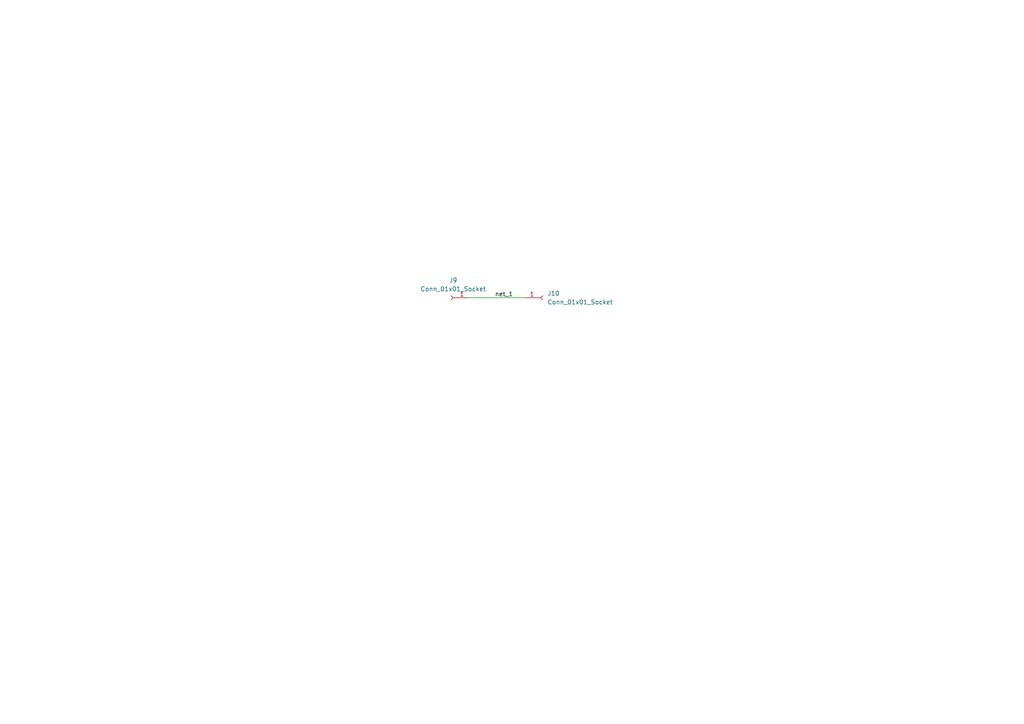
<source format=kicad_sch>
(kicad_sch (version 20231120) (generator "eeschema") (generator_version "8.0")
  (paper "A4")
  (lib_symbols
    (symbol "Connector:Conn_01x01_Socket" (pin_names (offset 1.016) hide)
      (property "Reference" "J" (at 0 2.54 0))
      (property "Value" "Conn_01x01_Socket" (at 0 -2.54 0))
      (symbol "Conn_01x01_Socket_1_1"
        (polyline (pts (xy -1.27 0) (xy -0.508 0)) (stroke (width 0.1524)))
        (arc (start 0 0.508) (mid -0.5058 0) (end 0 -0.508) (stroke (width 0.1524)))
        (pin passive line (at -5.08 0 0) (length 3.81) (name "Pin_1") (number "1"))
      )
    )
  )
  (wire (pts (xy 135.89 86.36) (xy 152.4 86.36)))
  (label "net_1" (at 143.51 86.36 0))
  (symbol (lib_id "Connector:Conn_01x01_Socket") (at 130.81 86.36 180) (unit 1)
    (property "Reference" "J9" (at 131.445 81.28 0))
    (property "Value" "Conn_01x01_Socket" (at 131.445 83.82 0))
    (property "Footprint" "Connector_Pin:Pin_D0.7mm_L6.5mm_W1.8mm_FlatFork" (effects (hide yes)))
    (property "Description" "Generic connector, single row, 01x01, script generated" (effects (hide yes)))
  )
  (symbol (lib_id "Connector:Conn_01x01_Socket") (at 157.48 86.36 0) (unit 1)
    (property "Reference" "J10" (at 158.75 85.0899 0) (effects (justify left)))
    (property "Value" "Conn_01x01_Socket" (at 158.75 87.6299 0) (effects (justify left)))
    (property "Footprint" "Connector_Pin:Pin_D0.7mm_L6.5mm_W1.8mm_FlatFork" (effects (hide yes)))
    (property "Description" "Generic connector, single row, 01x01, script generated" (effects (hide yes)))
  )
)
</source>
